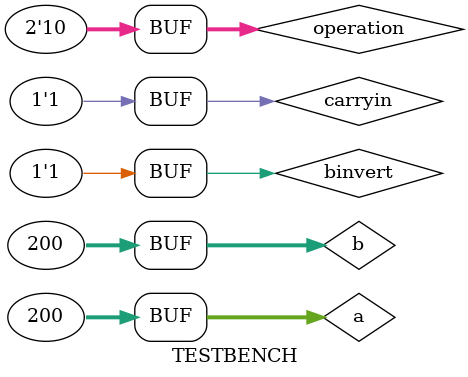
<source format=v>
`include "RIPPLE_FULL_ADDER.v"
`include "MUX2TO1.v"
`include "AND_OR.v"

module ALU (a, b, binvert, carryin, operation, result, carryout);
    input [31: 0] a, b;
    output [31: 0] result;
    input carryin, binvert;
    input [1: 0] operation;
    output carryout;

    wire [31: 0] addOut, andOut, orOut, in2;
    MUX2TO1_32BIT MUX_INPUT(b, ~b, binvert, in2);
    MUX4TO1_32BITS MUX_RESULT(andOut, orOut, addOut, 32'd0,operation, result);
    OR_32IBIT OR(orOut, a, in2);
    AND_32BIT AND(andOut, a, in2);
    FULL_ADDER_32BIT FA(a, in2, carryin, carryout, addOut);
endmodule

module TESTBENCH;
    reg [31: 0] a,b;
    reg binvert, carryin;
    reg [1: 0] operation;

    wire [31: 0] result;
    wire carryout;
    
    ALU alu(a, b, binvert, carryin, operation, result, carryout);

    initial begin
       $monitor ($time, "OP = %b A = %d B = %d CIN = %b RES = %d COUT = %b\n", operation, a, b, carryin, result, carryout);
       a = 32'd100; b = 32'd100; binvert = 1'b0; carryin = 1'b0; operation = 2'b10;
       #100 a = 32'd200; b = 32'd200; binvert = 1'b1; carryin = 1'b1; operation = 2'b10;

    end
endmodule
</source>
